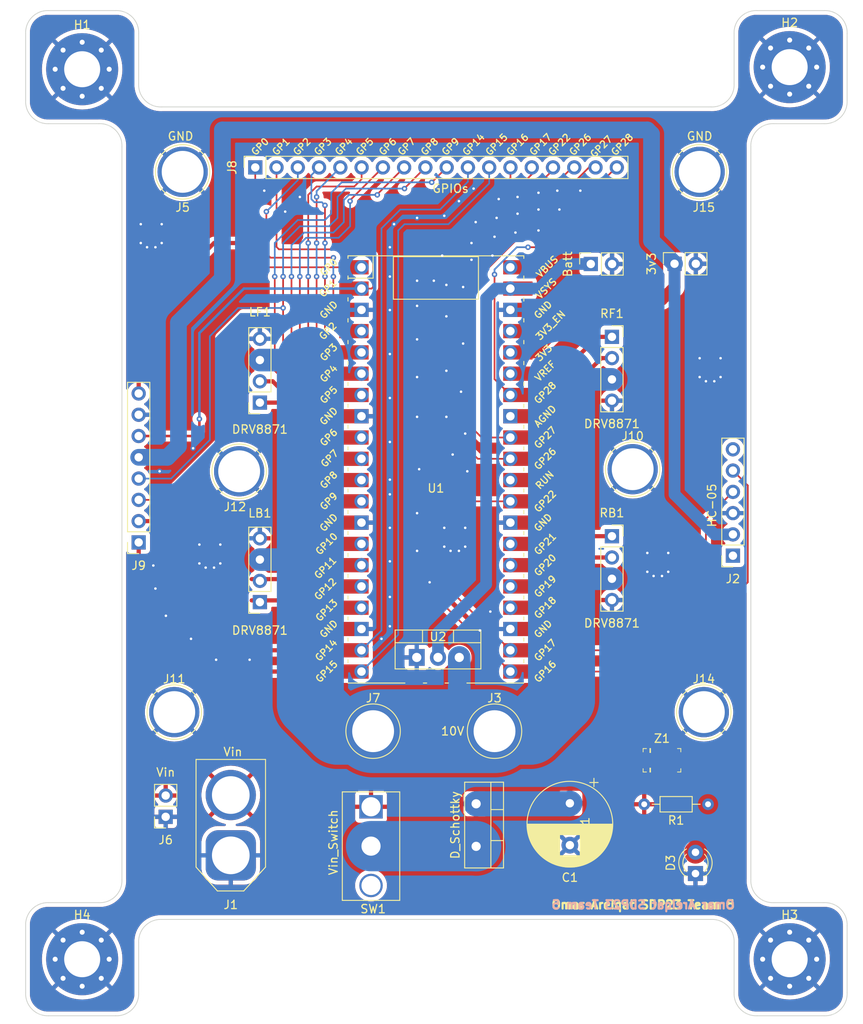
<source format=kicad_pcb>
(kicad_pcb (version 20211014) (generator pcbnew)
  (layers (0 "F.Cu" signal) (31 "B.Cu" signal) (34 "B.Paste" user) (35 "F.Paste" user) (36 "B.SilkS" user "B.Silkscreen") (37 "F.SilkS" user "F.Silkscreen") (38 "B.Mask" user) (39 "F.Mask" user) (44 "Edge.Cuts" user))
  (net 0 "")
  (net 1 "LF1")
  (net 2 "LF2")
  (net 3 "+10V")
  (net 4 "GND")
  (net 5 "RB1")
  (net 6 "RB2")
  (net 7 "LB1")
  (net 8 "LB2")
  (net 9 "RF1")
  (net 10 "RF2")
  (net 11 "Net-(D1-Pad2)")
  (net 12 "Net-(D3-Pad2)")
  (net 13 "VCC")
  (net 15 "+3V3")
  (net 17 "VSYS")
  (net 24 "GPIO16")
  (net 25 "GPIO17")
  (net 26 "GPIO1")
  (net 27 "GPIO2")
  (net 28 "GPIO3")
  (net 29 "GPIO4")
  (net 30 "GPIO5")
  (net 31 "GPIO6")
  (net 32 "GPIO7")
  (net 33 "GPIO8")
  (net 34 "GPIO9")
  (net 35 "GPIO15")
  (net 36 "GPIO22")
  (net 37 "GPIO26")
  (net 38 "GPIO27")
  (net 39 "GPIO28")
  (net 40 "CTS")
  (net 41 "DFU")
  (footprint "TestPoint:TestPoint_Plated_Hole_D5.0mm" (layer "F.Cu") (at 95.5 131.75)
    (fp_text reference "J11")
    (fp_text value "GND")
  )
  (footprint "Connector_PinSocket_2.54mm:PinSocket_1x04_P2.54mm_Vertical" (layer "F.Cu") (at 147.775 86.95)
    (fp_text reference "RF1")
    (fp_text value "DRV8871")
  )
  (footprint "TestPoint:TestPoint_Plated_Hole_D5.0mm" (layer "F.Cu") (at 158.25 67.25)
    (fp_text reference "J15")
    (fp_text value "GND")
  )
  (footprint "Buggy_Footprints:1101M2S3CQE2" (layer "F.Cu") (at 119 143.051)
    (fp_text reference "SW1")
    (fp_text value "Vin_Switch")
  )
  (footprint "Connector_PinSocket_2.54mm:PinSocket_1x02_P2.54mm_Vertical" (layer "F.Cu") (at 155.25 78.225 90)
    (fp_text reference "J13")
    (fp_text value "3v3")
  )
  (footprint "MountingHole:MountingHole_4.3mm_M4_Pad_Via" (layer "F.Cu") (at 169 161.25)
    (fp_text reference "H3")
    (fp_text value "M")
  )
  (footprint "Connector_PinSocket_2.54mm:PinSocket_1x08_P2.54mm_Vertical" (layer "F.Cu") (at 91.25 111.49 180)
    (fp_text reference "J9")
    (fp_text value "Bluefruit_LE")
  )
  (footprint "digikey-footprints:DO-214AC" (layer "F.Cu") (at 153.75 137.5)
    (fp_text reference "Z1")
    (fp_text value "Zener")
  )
  (footprint "LED_THT:LED_D3.0mm" (layer "F.Cu") (at 157.75 151.025 90)
    (fp_text reference "D3")
    (fp_text value "LED")
  )
  (footprint "Package_TO_SOT_THT:TO-220-2_Vertical" (layer "F.Cu") (at 131.555 142.695354 -90)
    (fp_text reference "D1")
    (fp_text value "D_Schottky")
  )
  (footprint "MountingHole:MountingHole_4.3mm_M4_Pad_Via" (layer "F.Cu") (at 84.5 55)
    (fp_text reference "H1")
    (fp_text value "M")
  )
  (footprint "TestPoint:TestPoint_Plated_Hole_D5.0mm" (layer "F.Cu") (at 158.75 131.75)
    (fp_text reference "J14")
    (fp_text value "GND")
  )
  (footprint "TestPoint:TestPoint_Plated_Hole_D5.0mm" (layer "F.Cu") (at 103.25 103)
    (fp_text reference "J12")
    (fp_text value "GND")
  )
  (footprint "Connector_PinSocket_2.54mm:PinSocket_1x18_P2.54mm_Vertical" (layer "F.Cu") (at 105.175 66.725 90)
    (fp_text reference "J8")
    (fp_text value "GPIOs")
  )
  (footprint "Capacitor_THT:CP_Radial_D10.0mm_P5.00mm" (layer "F.Cu") (at 142.75 142.632323 -90)
    (fp_text reference "C1")
    (fp_text value "2200uF")
  )
  (footprint "TestPoint:TestPoint_Plated_Hole_D5.0mm" (layer "F.Cu") (at 96.5 67.25 90)
    (fp_text reference "J5")
    (fp_text value "GND")
  )
  (footprint "Package_TO_SOT_THT:TO-220-3_Vertical" (layer "F.Cu") (at 124.46 125.2225)
    (fp_text reference "U2")
    (fp_text value "MC79M15_TO220")
  )
  (footprint "Connector_PinSocket_2.54mm:PinSocket_1x06_P2.54mm_Vertical" (layer "F.Cu") (at 162.225 113.075 180)
    (fp_text reference "J2")
    (fp_text value "HC-05")
  )
  (footprint "Connector_PinSocket_2.54mm:PinSocket_1x02_P2.54mm_Vertical" (layer "F.Cu") (at 145.25 78.2525 90)
    (fp_text reference "J4")
    (fp_text value "Batt")
  )
  (footprint "MountingHole:MountingHole_4.3mm_M4_Pad_Via" (layer "F.Cu") (at 169 54.75)
    (fp_text reference "H2")
    (fp_text value "M")
  )
  (footprint "Connector_AMASS:AMASS_XT60-M_1x02_P7.20mm_Vertical" (layer "F.Cu") (at 102.25 148.85 90)
    (fp_text reference "J1")
    (fp_text value "Vin")
  )
  (footprint "Connector_PinSocket_2.54mm:PinSocket_1x02_P2.54mm_Vertical" (layer "F.Cu") (at 94.475 144.25 180)
    (fp_text reference "J6")
    (fp_text value "Vin")
  )
  (footprint "Resistor_THT:R_Axial_DIN0204_L3.6mm_D1.6mm_P7.62mm_Horizontal" (layer "F.Cu") (at 159.25 142.75 180)
    (fp_text reference "R1")
    (fp_text value "330")
  )
  (footprint "Connector_PinSocket_2.54mm:PinSocket_1x04_P2.54mm_Vertical" (layer "F.Cu") (at 105.725 118.62 180)
    (fp_text reference "LB1")
    (fp_text value "DRV8871")
  )
  (footprint "MountingHole:MountingHole_4.3mm_M4_Pad_Via" (layer "F.Cu") (at 84.5 161.25)
    (fp_text reference "H4")
    (fp_text value "M")
  )
  (footprint "Connector_PinSocket_2.54mm:PinSocket_1x04_P2.54mm_Vertical" (layer "F.Cu") (at 105.725 94.8 180)
    (fp_text reference "LF1")
    (fp_text value "DRV8871")
  )
  (footprint "TestPoint:TestPoint_Plated_Hole_D5.0mm" (layer "F.Cu") (at 119.25 134.0275)
    (fp_text reference "J7")
    (fp_text value "10V")
  )
  (footprint "TestPoint:TestPoint_Plated_Hole_D5.0mm" (layer "F.Cu") (at 133.75 134.0275)
    (fp_text reference "J3")
    (fp_text value "10V")
  )
  (footprint "TestPoint:TestPoint_Plated_Hole_D5.0mm" (layer "F.Cu") (at 150.25 102.75)
    (fp_text reference "J10")
    (fp_text value "GND")
  )
  (footprint "Connector_PinSocket_2.54mm:PinSocket_1x04_P2.54mm_Vertical" (layer "F.Cu") (at 147.775 110.75)
    (fp_text reference "RB1")
    (fp_text value "DRV8871")
  )
  (footprint "RPi_Pico:RPi_PicoW_SMD_TH" (layer "F.Cu") (at 126.75 102.7775)
    (fp_text reference "U1")
    (fp_text value "PicoW")
  )
  (gr_line (start 146.75 112.25) (end 146.25 112.25) (layer "B.Cu") (width 0.2))
  (gr_arc (start 175.864399 165.25) (mid 175.094204 167.229805) (end 173.114399 168) (layer "Edge.Cuts") (width 0.1))
  (gr_line (start 173.114399 154.5) (end 167.114399 154.5) (layer "Edge.Cuts") (width 0.1))
  (gr_arc (start 91.25 165.25) (mid 90.479805 167.229805) (end 88.5 168) (layer "Edge.Cuts") (width 0.1))
  (gr_arc (start 164.364399 64.25) (mid 165.134593 62.270194) (end 167.114399 61.5) (layer "Edge.Cuts") (width 0.1))
  (gr_line (start 162.364399 165.25) (end 162.364399 159.25) (layer "Edge.Cuts") (width 0.1))
  (gr_line (start 91.25 165.25) (end 91.25 159.25) (layer "Edge.Cuts") (width 0.1))
  (gr_line (start 175.864399 50.75) (end 175.864399 58.75) (layer "Edge.Cuts") (width 0.1))
  (gr_line (start 173.114399 48) (end 165.114399 48) (layer "Edge.Cuts") (width 0.1))
  (gr_arc (start 89.25 151.75) (mid 88.479806 153.729806) (end 86.5 154.5) (layer "Edge.Cuts") (width 0.1))
  (gr_line (start 162.364399 50.75) (end 162.364399 56.75) (layer "Edge.Cuts") (width 0.1))
  (gr_line (start 164.364399 151.75) (end 164.364399 65) (layer "Edge.Cuts") (width 0.1))
  (gr_line (start 77.75 165.25) (end 77.75 157) (layer "Edge.Cuts") (width 0.1))
  (gr_arc (start 80.5 61.5) (mid 78.520195 60.729805) (end 77.75 58.75) (layer "Edge.Cuts") (width 0.1))
  (gr_line (start 80.5 61.5) (end 86.5 61.5) (layer "Edge.Cuts") (width 0.1))
  (gr_arc (start 77.75 157) (mid 78.610305 155.183835) (end 80.5 154.5) (layer "Edge.Cuts") (width 0.1))
  (gr_line (start 164.364399 65) (end 164.364399 64.25) (layer "Edge.Cuts") (width 0.1))
  (gr_arc (start 165.114399 168) (mid 163.134594 167.229805) (end 162.364399 165.25) (layer "Edge.Cuts") (width 0.1))
  (gr_line (start 80.5 168) (end 88.5 168) (layer "Edge.Cuts") (width 0.1))
  (gr_line (start 173.114399 168) (end 165.114399 168) (layer "Edge.Cuts") (width 0.1))
  (gr_line (start 94 59.5) (end 159.614399 59.5) (layer "Edge.Cuts") (width 0.1))
  (gr_arc (start 88.5 48) (mid 90.479805 48.770195) (end 91.25 50.75) (layer "Edge.Cuts") (width 0.1))
  (gr_line (start 77.75 50.75) (end 77.75 58.75) (layer "Edge.Cuts") (width 0.1))
  (gr_arc (start 167.114399 154.5) (mid 165.134594 153.729805) (end 164.364399 151.75) (layer "Edge.Cuts") (width 0.1))
  (gr_line (start 89.25 64.25) (end 89.25 151.75) (layer "Edge.Cuts") (width 0.1))
  (gr_arc (start 173.114399 154.5) (mid 175.094204 155.270195) (end 175.864399 157.25) (layer "Edge.Cuts") (width 0.1))
  (gr_line (start 173.114399 61.5) (end 167.114399 61.5) (layer "Edge.Cuts") (width 0.1))
  (gr_arc (start 162.364399 50.75) (mid 163.134594 48.770195) (end 165.114399 48) (layer "Edge.Cuts") (width 0.1))
  (gr_line (start 175.864399 165.25) (end 175.864399 157.25) (layer "Edge.Cuts") (width 0.1))
  (gr_arc (start 175.864399 58.75) (mid 175.094204 60.729805) (end 173.114399 61.5) (layer "Edge.Cuts") (width 0.1))
  (gr_arc (start 80.5 168) (mid 78.520195 167.229805) (end 77.75 165.25) (layer "Edge.Cuts") (width 0.1))
  (gr_arc (start 94 59.5) (mid 92.020195 58.729805) (end 91.25 56.75) (layer "Edge.Cuts") (width 0.1))
  (gr_arc (start 173.114399 48) (mid 175.094204 48.770195) (end 175.864399 50.75) (layer "Edge.Cuts") (width 0.1))
  (gr_line (start 80.5 48) (end 88.5 48) (layer "Edge.Cuts") (width 0.1))
  (gr_arc (start 162.364399 56.75) (mid 161.594204 58.729805) (end 159.614399 59.5) (layer "Edge.Cuts") (width 0.1))
  (gr_arc (start 159.614399 156.5) (mid 161.594205 157.270194) (end 162.364399 159.25) (layer "Edge.Cuts") (width 0.1))
  (gr_arc (start 86.5 61.5) (mid 88.479805 62.270195) (end 89.25 64.25) (layer "Edge.Cuts") (width 0.1))
  (gr_line (start 80.5 154.5) (end 86.5 154.5) (layer "Edge.Cuts") (width 0.1))
  (gr_arc (start 77.75 50.75) (mid 78.520195 48.770195) (end 80.5 48) (layer "Edge.Cuts") (width 0.1))
  (gr_line (start 91.25 50.75) (end 91.25 56.75) (layer "Edge.Cuts") (width 0.1))
  (gr_arc (start 91.25 159.25) (mid 92.020195 157.270195) (end 94 156.5) (layer "Edge.Cuts") (width 0.1))
  (gr_line (start 94 156.5) (end 159.614399 156.5) (layer "Edge.Cuts") (width 0.1))
  (gr_text "Omar Areiqat SDP23 Team 5" (at 151.5 154.75) (layer "B.SilkS") (effects (font (size 1 1) (thickness 0.25)) (justify mirror)))
  (gr_text "GP26" (at 144 64 45) (layer "F.SilkS") (effects (font (size 0.8 0.8))))
  (gr_text "GP17" (at 139.25 64 45) (layer "F.SilkS") (effects (font (size 0.8 0.8))))
  (gr_text "GP0" (at 105.75 64.25 45) (layer "F.SilkS") (effects (font (size 0.8 0.8))))
  (gr_text "GP15" (at 134 64 45) (layer "F.SilkS") (effects (font (size 0.8 0.8))))
  (gr_text "Omar Areiqat SDP23 Team 5" (at 151.5 154.75) (layer "F.SilkS") (effects (font (size 1 1) (thickness 0.25))))
  (gr_text "GP14" (at 131.25 64 45) (layer "F.SilkS") (effects (font (size 0.8 0.8))))
  (gr_text "GP5" (at 118.25 64.25 45) (layer "F.SilkS") (effects (font (size 0.8 0.8))))
  (gr_text "GP1" (at 108.25 64.25 45) (layer "F.SilkS") (effects (font (size 0.8 0.8))))
  (gr_text "GP28" (at 149 64 45) (layer "F.SilkS") (effects (font (size 0.8 0.8))))
  (gr_text "GP6" (at 121 64.25 45) (layer "F.SilkS") (effects (font (size 0.8 0.8))))
  (gr_text "GP8" (at 126 64.25 45) (layer "F.SilkS") (effects (font (size 0.8 0.8))))
  (gr_text "GP9" (at 128.5 64.25 45) (layer "F.SilkS") (effects (font (size 0.8 0.8))))
  (gr_text "GP2" (at 110.75 64.25 45) (layer "F.SilkS") (effects (font (size 0.8 0.8))))
  (gr_text "GP22" (at 141.5 64 45) (layer "F.SilkS") (effects (font (size 0.8 0.8))))
  (gr_text "GP4" (at 115.75 64.25 45) (layer "F.SilkS") (effects (font (size 0.8 0.8))))
  (gr_text "GP27" (at 146.5 64.25 45) (layer "F.SilkS") (effects (font (size 0.8 0.8))))
  (gr_text "GP16" (at 136.5 64 45) (layer "F.SilkS") (effects (font (size 0.8 0.8))))
  (gr_text "GP3" (at 113.25 64.25 45) (layer "F.SilkS") (effects (font (size 0.8 0.8))))
  (gr_text "GP7" (at 123.25 64.25 45) (layer "F.SilkS") (effects (font (size 0.8 0.8))))
  (segment (start 109.5 96.25) (end 108.05 94.8) (width 0.5) (layer "F.Cu") (net 1))
  (segment (start 108.05 94.8) (end 105.725 94.8) (width 0.5) (layer "F.Cu") (net 1))
  (segment (start 112.68 114.2075) (end 109.5 111.0275) (width 0.5) (layer "F.Cu") (net 1))
  (segment (start 117.86 114.2075) (end 112.68 114.2075) (width 0.5) (layer "F.Cu") (net 1))
  (segment (start 109.5 111.0275) (end 109.5 96.25) (width 0.5) (layer "F.Cu") (net 1))
  (segment (start 111.25 96.25) (end 107.26 92.26) (width 0.5) (layer "F.Cu") (net 2))
  (segment (start 113.89 111.6675) (end 111.25 109.0275) (width 0.5) (layer "F.Cu") (net 2))
  (segment (start 107.26 92.26) (end 105.725 92.26) (width 0.5) (layer "F.Cu") (net 2))
  (segment (start 117.86 111.6675) (end 113.89 111.6675) (width 0.5) (layer "F.Cu") (net 2))
  (segment (start 111.25 109.0275) (end 111.25 96.25) (width 0.5) (layer "F.Cu") (net 2))
  (segment (start 129.54 129.8175) (end 133.75 134.0275) (width 2.7) (layer "B.Cu") (net 3))
  (segment (start 111.21 113.54) (end 111.75 113) (width 2.7) (layer "B.Cu") (net 3))
  (segment (start 147.775 115.83) (end 141.83 115.83) (width 2.7) (layer "B.Cu") (net 3))
  (segment (start 142.686969 142.695354) (end 142.75 142.632323) (width 3) (layer "B.Cu") (net 3))
  (segment (start 105.725 89.72) (end 111.72 89.72) (width 2.7) (layer "B.Cu") (net 3))
  (segment (start 131.555 142.695354) (end 142.686969 142.695354) (width 3) (layer "B.Cu") (net 3))
  (segment (start 141.75 130.27014) (end 141.75 115.75) (width 8) (layer "B.Cu") (net 3))
  (segment (start 115.00736 134.0275) (end 111.75 130.77014) (width 8) (layer "B.Cu") (net 3))
  (segment (start 111.75 113) (end 111.75 89.75) (width 8) (layer "B.Cu") (net 3))
  (segment (start 119.25 134.0275) (end 115.00736 134.0275) (width 8) (layer "B.Cu") (net 3))
  (segment (start 147.775 92.03) (end 141.78 92.03) (width 2.7) (layer "B.Cu") (net 3))
  (segment (start 111.72 89.72) (end 111.75 89.75) (width 2.7) (layer "B.Cu") (net 3))
  (segment (start 133.75 134.0275) (end 137.99264 134.0275) (width 8) (layer "B.Cu") (net 3))
  (segment (start 141.75 115.75) (end 141.75 92) (width 8) (layer "B.Cu") (net 3))
  (segment (start 141.78 92.03) (end 141.75 92) (width 2.7) (layer "B.Cu") (net 3))
  (segment (start 129.54 125.2225) (end 129.54 129.8175) (width 2.7) (layer "B.Cu") (net 3))
  (segment (start 111.75 130.77014) (end 111.75 113) (width 8) (layer "B.Cu") (net 3))
  (segment (start 137.99264 134.0275) (end 141.75 130.27014) (width 8) (layer "B.Cu") (net 3))
  (segment (start 141.83 115.83) (end 141.75 115.75) (width 2.7) (layer "B.Cu") (net 3))
  (segment (start 105.725 113.54) (end 111.21 113.54) (width 2.7) (layer "B.Cu") (net 3))
  (segment (start 119.25 134.0275) (end 133.75 134.0275) (width 10) (layer "B.Cu") (net 3))
  (via (at 121.25 83.75) (size 0.65) (drill 0.3) (layers "F.Cu" "B.Cu") (net 4))
  (via (at 94 75.75) (size 0.65) (drill 0.3) (layers "F.Cu" "B.Cu") (net 4))
  (via (at 110.5 70.25) (size 0.65) (drill 0.3) (layers "F.Cu" "B.Cu") (net 4))
  (via (at 130.25 112) (size 0.65) (drill 0.3) (layers "F.Cu" "B.Cu") (net 4))
  (via (at 134.25 70.5) (size 0.65) (drill 0.3) (layers "F.Cu" "B.Cu") (net 4))
  (via (at 152.75 115.5) (size 0.65) (drill 0.3) (layers "F.Cu" "B.Cu") (net 4))
  (via (at 124.75 102.75) (size 0.65) (drill 0.3) (layers "F.Cu" "B.Cu") (net 4))
  (via (at 128.75 101) (size 0.65) (drill 0.3) (layers "F.Cu" "B.Cu") (net 4))
  (via (at 130.25 109.75) (size 0.65) (drill 0.3) (layers "F.Cu" "B.Cu") (net 4))
  (via (at 129.75 93.5) (size 0.65) (drill 0.3) (layers "F.Cu" "B.Cu") (net 4))
  (via (at 130.25 98.5) (size 0.65) (drill 0.3) (layers "F.Cu" "B.Cu") (net 4))
  (via (at 144 69.5) (size 0.65) (drill 0.3) (layers "F.Cu" "B.Cu") (net 4))
  (via (at 93 114.25) (size 0.65) (drill 0.3) (layers "F.Cu" "B.Cu") (net 4))
  (via (at 136.5 70.25) (size 0.65) (drill 0.3) (layers "F.Cu" "B.Cu") (net 4))
  (via (at 130 87.75) (size 0.65) (drill 0.3) (layers "F.Cu" "B.Cu") (net 4))
  (via (at 124.5 112.5) (size 0.65) (drill 0.3) (layers "F.Cu" "B.Cu") (net 4))
  (via (at 121.25 105.75) (size 0.65) (drill 0.3) (layers "F.Cu" "B.Cu") (net 4))
  (via (at 121.25 89) (size 0.65) (drill 0.3) (layers "F.Cu" "B.Cu") (net 4))
  (via (at 94.5 120.25) (size 0.65) (drill 0.3) (layers "F.Cu" "B.Cu") (net 4))
  (via (at 139 69.75) (size 0.65) (drill 0.3) (layers "F.Cu" "B.Cu") (net 4))
  (via (at 93.75 103) (size 0.65) (drill 0.3) (layers "F.Cu" "B.Cu") (net 4))
  (via (at 108.75 72) (size 0.65) (drill 0.3) (layers "F.Cu" "B.Cu") (net 4))
  (via (at 141.5 71.75) (size 0.65) (drill 0.3) (layers "F.Cu" "B.Cu") (net 4))
  (via (at 131.5 73.25) (size 0.65) (drill 0.3) (layers "F.Cu" "B.Cu") (net 4))
  (via (at 141.25 69.5) (size 0.65) (drill 0.3) (layers "F.Cu" "B.Cu") (net 4))
  (via (at 131.25 69.25) (size 0.65) (drill 0.3) (layers "F.Cu" "B.Cu") (net 4))
  (via (at 121.25 109.75) (size 0.65) (drill 0.3) (layers "F.Cu" "B.Cu") (net 4))
  (via (at 124.5 91.75) (size 0.65) (drill 0.3) (layers "F.Cu" "B.Cu") (net 4))
  (via (at 97.75 100.25) (size 0.65) (drill 0.3) (layers "F.Cu" "B.Cu") (net 4))
  (via (at 99.25 114.5) (size 0.65) (drill 0.3) (layers "F.Cu" "B.Cu") (net 4))
  (via (at 127.75 112) (size 0.65) (drill 0.3) (layers "F.Cu" "B.Cu") (net 4))
  (via (at 133.25 119.75) (size 0.65) (drill 0.3) (layers "F.Cu" "B.Cu") (net 4))
  (via (at 121.25 104) (size 0.65) (drill 0.3) (layers "F.Cu" "B.Cu") (net 4))
  (via (at 92.25 76.25) (size 0.65) (drill 0.3) (layers "F.Cu" "B.Cu") (net 4))
  (via (at 159 92.25) (size 0.65) (drill 0.3) (layers "F.Cu" "B.Cu") (net 4))
  (via (at 91.5 73.5) (size 0.65) (drill 0.3) (layers "F.Cu" "B.Cu") (net 4))
  (via (at 131 75.75) (size 0.65) (drill 0.3) (layers "F.Cu" "B.Cu") (net 4))
  (via (at 91.5 75.75) (size 0.65) (drill 0.3) (layers "F.Cu" "B.Cu") (net 4))
  (via (at 124.5 108) (size 0.65) (drill 0.3) (layers "F.Cu" "B.Cu") (net 4))
  (via (at 121.25 118) (size 0.65) (drill 0.3) (layers "F.Cu" "B.Cu") (net 4))
  (via (at 94 73.5) (size 0.65) (drill 0.3) (layers "F.Cu" "B.Cu") (net 4))
  (via (at 130.5 103) (size 0.65) (drill 0.3) (layers "F.Cu" "B.Cu") (net 4))
  (via (at 98.5 114) (size 0.65) (drill 0.3) (layers "F.Cu" "B.Cu") (net 4))
  (via (at 124.5 96.5) (size 0.65) (drill 0.3) (layers "F.Cu" "B.Cu") (net 4))
  (via (at 160 92.25) (size 0.65) (drill 0.3) (layers "F.Cu" "B.Cu") (net 4))
  (via (at 124.5 80.25) (size 0.65) (drill 0.3) (layers "F.Cu" "B.Cu") (net 4))
  (via (at 128 96.5) (size 0.65) (drill 0.3) (layers "F.Cu" "B.Cu") (net 4))
  (via (at 131 77.75) (size 0.65) (drill 0.3) (layers "F.Cu" "B.Cu") (net 4))
  (via (at 101 114) (size 0.65) (drill 0.3) (layers "F.Cu" "B.Cu") (net 4))
  (via (at 121.25 121.5) (size 0.65) (drill 0.3) (layers "F.Cu" "B.Cu") (net 4))
  (via (at 126.5 80.25) (size 0.65) (drill 0.3) (layers "F.Cu" "B.Cu") (net 4))
  (via (at 130 81) (size 0.65) (drill 0.3) (layers "F.Cu" "B.Cu") (net 4))
  (via (at 128 80.75) (size 0.65) (drill 0.3) (layers "F.Cu" "B.Cu") (net 4))
  (via (at 158.25 91.75) (size 0.65) (drill 0.3) (layers "F.Cu" "B.Cu") (net 4))
  (via (at 97.5 123) (size 0.65) (drill 0.3) (layers "F.Cu" "B.Cu") (net 4))
  (via (at 124.5 87.25) (size 0.65) (drill 0.3) (layers "F.Cu" "B.Cu") (net 4))
  (via (at 136.25 74.5) (size 0.65) (drill 0.3) (layers "F.Cu" "B.Cu") (net 4))
  (via (at 120.25 123) (size 0.65) (drill 0.3) (layers "F.Cu" "B.Cu") (net 4))
  (via (at 128 84.5) (size 0.65) (drill 0.3) (layers "F.Cu" "B.Cu") (net 4))
  (via (at 158.25 89.5) (size 0.65) (drill 0.3) (layers "F.Cu" "B.Cu") (net 4))
  (via (at 133.5 77.25) (size 0.65) (drill 0.3) (layers "F.Cu" "B.Cu") (net 4))
  (via (at 93.25 76.25) (size 0.65) (drill 0.3) (layers "F.Cu" "B.Cu") (net 4))
  (via (at 127.75 72.5) (size 0.65) (drill 0.3) (layers "F.Cu" "B.Cu") (net 4))
  (via (at 98.5 111.75) (size 0.65) (drill 0.3) (layers "F.Cu" "B.Cu") (net 4))
  (via (at 136.5 72.25) (size 0.65) (drill 0.3) (layers "F.Cu" "B.Cu") (net 4))
  (via (at 124.5 72.75) (size 0.65) (drill 0.3) (layers "F.Cu" "B.Cu") (net 4))
  (via (at 160.75 89.5) (size 0.65) (drill 0.3) (layers "F.Cu" "B.Cu") (net 4))
  (via (at 121.25 99.5) (size 0.65) (drill 0.3) (layers "F.Cu" "B.Cu") (net 4))
  (via (at 124.5 83.25) (size 0.65) (drill 0.3) (layers "F.Cu" "B.Cu") (net 4))
  (via (at 129.5 112.5) (size 0.65) (drill 0.3) (layers "F.Cu" "B.Cu") (net 4))
  (via (at 121.25 113.75) (size 0.65) (drill 0.3) (layers "F.Cu" "B.Cu") (net 4))
  (via (at 128 91) (size 0.65) (drill 0.3) (layers "F.Cu" "B.Cu") (net 4))
  (via (at 127.75 109.75) (size 0.65) (drill 0.3) (layers "F.Cu" "B.Cu") (net 4))
  (via (at 160.75 91.75) (size 0.65) (drill 0.3) (layers "F.Cu" "B.Cu") (net 4))
  (via (at 129.5 70.75) (size 0.65) (drill 0.3) (layers "F.Cu" "B.Cu") (net 4))
  (via (at 104.5 125.5) (size 0.65) (drill 0.3) (layers "F.Cu" "B.Cu") (net 4))
  (via (at 152 112.75) (size 0.65) (drill 0.3) (layers "F.Cu" "B.Cu") (net 4))
  (via (at 134 72.75) (size 0.65) (drill 0.3) (layers "F.Cu" "B.Cu") (net 4))
  (via (at 126 116.25) (size 0.65) (drill 0.3) (layers "F.Cu" "B.Cu") (net 4))
  (via (at 154.5 112.75) (size 0.65) (drill 0.3) (layers "F.Cu" "B.Cu") (net 4))
  (via (at 101 111.75) (size 0.65) (drill 0.3) (layers "F.Cu" "B.Cu") (net 4))
  (via (at 121.75 73.5) (size 0.65) (drill 0.3) (layers "F.Cu" "B.Cu") (net 4))
  (via (at 127.5 77.25) (size 0.65) (drill 0.3) (layers "F.Cu" "B.Cu") (net 4))
  (via (at 154.5 115) (size 0.65) (drill 0.3) (layers "F.Cu" "B.Cu") (net 4))
  (via (at 100.25 114.5) (size 0.65) (drill 0.3) (layers "F.Cu" "B.Cu") (net 4))
  (via (at 132 122) (size 0.65) (drill 0.3) (layers "F.Cu" "B.Cu") (net 4))
  (via (at 152 115) (size 0.65) (drill 0.3) (layers "F.Cu" "B.Cu") (net 4))
  (via (at 139 71.75) (size 0.65) (drill 0.3) (layers "F.Cu" "B.Cu") (net 4))
  (via (at 128.5 112.5) (size 0.65) (drill 0.3) (layers "F.Cu" "B.Cu") (net 4))
  (via (at 133.75 75) (size 0.65) (drill 0.3) (layers "F.Cu" "B.Cu") (net 4))
  (via (at 139 74.25) (size 0.65) (drill 0.3) (layers "F.Cu" "B.Cu") (net 4))
  (via (at 121.25 76.25) (size 0.65) (drill 0.3) (layers "F.Cu" "B.Cu") (net 4))
  (via (at 121.25 94.25) (size 0.65) (drill 0.3) (layers "F.Cu" "B.Cu") (net 4))
  (via (at 100.5 125.5) (size 0.65) (drill 0.3) (layers "F.Cu" "B.Cu") (net 4))
  (via (at 121.25 79.75) (size 0.65) (drill 0.3) (layers "F.Cu" "B.Cu") (net 4))
  (via (at 153.75 115.5) (size 0.65) (drill 0.3) (layers "F.Cu" "B.Cu") (net 4))
  (via (at 93.25 117) (size 0.65) (drill 0.3) (layers "F.Cu" "B.Cu") (net 4))
  (via (at 106.25 69.5) (size 0.65) (drill 0.3) (layers "F.Cu" "B.Cu") (net 4))
  (segment (start 144.7775 110.75) (end 147.775 110.75) (width 0.5) (layer "F.Cu") (net 5))
  (segment (start 138.78 116.7475) (end 144.7775 110.75) (width 0.5) (layer "F.Cu") (net 5))
  (segment (start 135.64 116.7475) (end 138.78 116.7475) (width 0.5) (layer "F.Cu") (net 5))
  (segment (start 135.64 119.2875) (end 138.99 119.2875) (width 0.5) (layer "F.Cu") (net 6))
  (segment (start 138.99 119.2875) (end 144.9875 113.29) (width 0.5) (layer "F.Cu") (net 6))
  (segment (start 144.9875 113.29) (end 147.775 113.29) (width 0.5) (layer "F.Cu") (net 6))
  (segment (start 104.75 118.4125) (end 109.135 118.4125) (width 0.5) (layer "F.Cu") (net 7))
  (segment (start 110.01 119.2875) (end 117.86 119.2875) (width 0.5) (layer "F.Cu") (net 7))
  (segment (start 109.135 118.4125) (end 110.01 119.2875) (width 0.5) (layer "F.Cu") (net 7))
  (segment (start 110.22 116.7475) (end 117.86 116.7475) (width 0.5) (layer "F.Cu") (net 8))
  (segment (start 104.75 115.8725) (end 109.345 115.8725) (width 0.5) (layer "F.Cu") (net 8))
  (segment (start 109.345 115.8725) (end 110.22 116.7475) (width 0.5) (layer "F.Cu") (net 8))
  (segment (start 146.05 86.95) (end 142 91) (width 0.5) (layer "F.Cu") (net 9))
  (segment (start 142 108.2775) (end 138.61 111.6675) (width 0.5) (layer "F.Cu") (net 9))
  (segment (start 147.775 86.95) (end 146.05 86.95) (width 0.5) (layer "F.Cu") (net 9))
  (segment (start 138.61 111.6675) (end 135.64 111.6675) (width 0.5) (layer "F.Cu") (net 9))
  (segment (start 142 91) (end 142 108.2775) (width 0.5) (layer "F.Cu") (net 9))
  (segment (start 147.775 89.49) (end 146.525 89.49) (width 0.5) (layer "F.Cu") (net 10))
  (segment (start 138.57 114.2075) (end 135.64 114.2075) (width 0.5) (layer "F.Cu") (net 10))
  (segment (start 146.525 89.49) (end 144.25 91.765) (width 0.5) (layer "F.Cu") (net 10))
  (segment (start 144.25 108.5275) (end 138.57 114.2075) (width 0.5) (layer "F.Cu") (net 10))
  (segment (start 144.25 91.765) (end 144.25 108.5275) (width 0.5) (layer "F.Cu") (net 10))
  (segment (start 119 147.75) (end 131.529646 147.75) (width 6) (layer "B.Cu") (net 11))
  (segment (start 131.529646 147.75) (end 131.555 147.775354) (width 6) (layer "B.Cu") (net 11))
  (segment (start 159.25 146.985) (end 157.75 148.485) (width 2.7) (layer "F.Cu") (net 12))
  (segment (start 159.25 142.75) (end 159.25 146.985) (width 2.7) (layer "F.Cu") (net 12))
  (segment (start 155.25 81) (end 155.25 78.225) (width 1.4) (layer "F.Cu") (net 15))
  (segment (start 144.7075 82.5) (end 153.75 82.5) (width 1.4) (layer "F.Cu") (net 15))
  (segment (start 135.64 88.8075) (end 138.4 88.8075) (width 1.4) (layer "F.Cu") (net 15))
  (segment (start 153.75 82.5) (end 155.25 81) (width 1.4) (layer "F.Cu") (net 15))
  (segment (start 138.4 88.8075) (end 144.7075 82.5) (width 1.4) (layer "F.Cu") (net 15))
  (segment (start 94.67 101.33) (end 96 100) (width 2) (layer "B.Cu") (net 15))
  (segment (start 162.225 110.535) (end 160.035 110.535) (width 1.4) (layer "B.Cu") (net 15))
  (segment (start 152 62.25) (end 152.5 62.75) (width 2) (layer "B.Cu") (net 15))
  (segment (start 160.035 110.535) (end 155.25 105.75) (width 1.4) (layer "B.Cu") (net 15))
  (segment (start 101.25 80) (end 101.25 62.25) (width 2) (layer "B.Cu") (net 15))
  (segment (start 96 85.25) (end 101.25 80) (width 2) (layer "B.Cu") (net 15))
  (segment (start 101.25 62.25) (end 152 62.25) (width 2) (layer "B.Cu") (net 15))
  (segment (start 155.25 105.75) (end 155.25 78.225) (width 1.4) (layer "B.Cu") (net 15))
  (segment (start 152.5 62.75) (end 152.5 75.475) (width 2) (layer "B.Cu") (net 15))
  (segment (start 152.5 75.475) (end 155.25 78.225) (width 2) (layer "B.Cu") (net 15))
  (segment (start 91.25 101.33) (end 94.67 101.33) (width 2) (layer "B.Cu") (net 15))
  (segment (start 96 100) (end 96 85.25) (width 2) (layer "B.Cu") (net 15))
  (segment (start 135.64 81.1875) (end 139.09 81.1875) (width 1.4) (layer "B.Cu") (net 17))
  (segment (start 132.75 82.3475) (end 133.91 81.1875) (width 1.4) (layer "B.Cu") (net 17))
  (segment (start 127 125.2225) (end 127 122.25) (width 1.4) (layer "B.Cu") (net 17))
  (segment (start 132.75 116.5) (end 132.75 82.3475) (width 1.4) (layer "B.Cu") (net 17))
  (segment (start 133.91 81.1875) (end 135.64 81.1875) (width 1.4) (layer "B.Cu") (net 17))
  (segment (start 142.025 78.2525) (end 145.25 78.2525) (width 1.4) (layer "B.Cu") (net 17))
  (segment (start 139.09 81.1875) (end 142.025 78.2525) (width 1.4) (layer "B.Cu") (net 17))
  (segment (start 127 122.25) (end 132.75 116.5) (width 1.4) (layer "B.Cu") (net 17))
  (segment (start 135.64 126.9075) (end 153.3425 126.9075) (width 0.2) (layer "F.Cu") (net 24))
  (segment (start 164 116.25) (end 164 104.69) (width 0.2) (layer "F.Cu") (net 24))
  (segment (start 135.64 126.9075) (end 123.5 114.7675) (width 0.2) (layer "F.Cu") (net 24))
  (segment (start 135.655 67.97) (end 135.655 66.725) (width 0.2) (layer "F.Cu") (net 24))
  (segment (start 123.5 114.7675) (end 123.5 80.125) (width 0.2) (layer "F.Cu") (net 24))
  (segment (start 164 104.69) (end 162.225 102.915) (width 0.2) (layer "F.Cu") (net 24))
  (segment (start 153.3425 126.9075) (end 164 116.25) (width 0.2) (layer "F.Cu") (net 24))
  (segment (start 123.5 80.125) (end 135.655 67.97) (width 0.2) (layer "F.Cu") (net 24))
  (segment (start 159 116) (end 159 108.68) (width 0.2) (layer "F.Cu") (net 25))
  (segment (start 159 108.68) (end 162.225 105.455) (width 0.2) (layer "F.Cu") (net 25))
  (segment (start 135.64 124.3675) (end 150.6325 124.3675) (width 0.2) (layer "F.Cu") (net 25))
  (segment (start 125.75 80) (end 138.195 67.555) (width 0.2) (layer "F.Cu") (net 25))
  (segment (start 138.195 67.555) (end 138.195 66.725) (width 0.2) (layer "F.Cu") (net 25))
  (segment (start 125.75 114.4775) (end 125.75 80) (width 0.2) (layer "F.Cu") (net 25))
  (segment (start 135.64 124.3675) (end 125.75 114.4775) (width 0.2) (layer "F.Cu") (net 25))
  (segment (start 150.6325 124.3675) (end 159 116) (width 0.2) (layer "F.Cu") (net 25))
  (segment (start 119.25 81) (end 119.25 77.25) (width 0.2) (layer "F.Cu") (net 26))
  (segment (start 118.5 76.5) (end 108 76.5) (width 0.2) (layer "F.Cu") (net 26))
  (segment (start 107.715 76.215) (end 107.715 66.725) (width 0.2) (layer "F.Cu") (net 26))
  (segment (start 117.86 81.1875) (end 119.0625 81.1875) (width 0.2) (layer "F.Cu") (net 26))
  (segment (start 108 76.5) (end 107.715 76.215) (width 0.2) (layer "F.Cu") (net 26))
  (segment (start 98.5 96.75) (end 98.5 98.25) (width 0.3) (layer "F.Cu") (net 26))
  (segment (start 98.5 98.25) (end 97.96 98.79) (width 0.3) (layer "F.Cu") (net 26))
  (segment (start 97.96 98.79) (end 91.25 98.79) (width 0.3) (layer "F.Cu") (net 26))
  (segment (start 119.25 77.25) (end 118.5 76.5) (width 0.2) (layer "F.Cu") (net 26))
  (segment (start 119.0625 81.1875) (end 119.25 81) (width 0.2) (layer "F.Cu") (net 26))
  (via (at 98.5 96.75) (size 0.65) (drill 0.3) (layers "F.Cu" "B.Cu") (net 26))
  (segment (start 103.8125 81.1875) (end 98.5 86.5) (width 0.3) (layer "B.Cu") (net 26))
  (segment (start 117.86 81.1875) (end 103.8125 81.1875) (width 0.3) (layer "B.Cu") (net 26))
  (segment (start 98.5 86.5) (end 98.5 96.75) (width 0.3) (layer "B.Cu") (net 26))
  (segment (start 107 77.5) (end 106.5 77) (width 0.2) (layer "F.Cu") (net 27))
  (segment (start 114.5 86) (end 114.5 79.75) (width 0.2) (layer "F.Cu") (net 27))
  (segment (start 116.2825 86.25) (end 114.75 86.25) (width 0.2) (layer "F.Cu") (net 27))
  (segment (start 117.86 86.2675) (end 116.3 86.2675) (width 0.2) (layer "F.Cu") (net 27))
  (segment (start 114.75 86.25) (end 114.5 86) (width 0.2) (layer "F.Cu") (net 27))
  (segment (start 116.3 86.2675) (end 116.2825 86.25) (width 0.2) (layer "F.Cu") (net 27))
  (segment (start 106.5 77) (end 106.5 72) (width 0.2) (layer "F.Cu") (net 27))
  (segment (start 114.5 77.5) (end 107 77.5) (width 0.2) (layer "F.Cu") (net 27))
  (via (at 106.5 72) (size 0.65) (drill 0.3) (layers "F.Cu" "B.Cu") (net 27))
  (via (at 114.5 77.5) (size 0.65) (drill 0.3) (layers "F.Cu" "B.Cu") (net 27))
  (via (at 114.5 79.75) (size 0.65) (drill 0.3) (layers "F.Cu" "B.Cu") (net 27))
  (segment (start 114.5 79.75) (end 114.5 77.5) (width 0.2) (layer "B.Cu") (net 27))
  (segment (start 106.5 72) (end 110.255 68.245) (width 0.2) (layer "B.Cu") (net 27))
  (segment (start 110.255 68.245) (end 110.255 66.725) (width 0.2) (layer "B.Cu") (net 27))
  (segment (start 117.86 88.8075) (end 114.0575 88.8075) (width 0.2) (layer "F.Cu") (net 28))
  (segment (start 113.5 88.25) (end 113.5 79.75) (width 0.2) (layer "F.Cu") (net 28))
  (segment (start 113.5 75.75) (end 113.5 71.25) (width 0.2) (layer "F.Cu") (net 28))
  (segment (start 113.5 88.25) (end 114.0575 88.8075) (width 0.2) (layer "F.Cu") (net 28))
  (via (at 113.5 71.25) (size 0.65) (drill 0.3) (layers "F.Cu" "B.Cu") (net 28))
  (via (at 113.5 75.75) (size 0.65) (drill 0.3) (layers "F.Cu" "B.Cu") (net 28))
  (via (at 113.5 79.75) (size 0.65) (drill 0.3) (layers "F.Cu" "B.Cu") (net 28))
  (segment (start 111.875 70.508884) (end 111.875 67.645) (width 0.2) (layer "B.Cu") (net 28))
  (segment (start 113.125 70.875) (end 112.241116 70.875) (width 0.2) (layer "B.Cu") (net 28))
  (segment (start 111.875 67.645) (end 112.795 66.725) (width 0.2) (layer "B.Cu") (net 28))
  (segment (start 112.241116 70.875) (end 111.875 70.508884) (width 0.2) (layer "B.Cu") (net 28))
  (segment (start 113.5 71.25) (end 113.125 70.875) (width 0.2) (layer "B.Cu") (net 28))
  (segment (start 113.5 79.75) (end 113.5 75.75) (width 0.2) (layer "B.Cu") (net 28))
  (segment (start 112.5 89.75) (end 114.0975 91.3475) (width 0.2) (layer "F.Cu") (net 29))
  (segment (start 112.5 75.75) (end 112.5 70.25) (width 0.2) (layer "F.Cu") (net 29))
  (segment (start 117.86 91.3475) (end 114.0975 91.3475) (width 0.2) (layer "F.Cu") (net 29))
  (segment (start 112.5 89.75) (end 112.5 79.75) (width 0.2) (layer "F.Cu") (net 29))
  (via (at 112.5 79.75) (size 0.65) (drill 0.3) (layers "F.Cu" "B.Cu") (net 29))
  (via (at 112.5 70.25) (size 0.65) (drill 0.3) (layers "F.Cu" "B.Cu") (net 29))
  (via (at 112.5 75.75) (size 0.65) (drill 0.3) (layers "F.Cu" "B.Cu") (net 29))
  (segment (start 112.5 79.75) (end 112.5 75.75) (width 0.2) (layer "B.Cu") (net 29))
  (segment (start 112.5 70.25) (end 112.5 69.56) (width 0.2) (layer "B.Cu") (net 29))
  (segment (start 112.5 69.56) (end 115.335 66.725) (width 0.2) (layer "B.Cu") (net 29))
  (segment (start 117.875 68.125) (end 117.875 66.725) (width 0.2) (layer "F.Cu") (net 30))
  (segment (start 111.5 75.75) (end 111.5 70) (width 0.2) (layer "F.Cu") (net 30))
  (segment (start 117 69) (end 117.875 68.125) (width 0.2) (layer "F.Cu") (net 30))
  (segment (start 115.1375 93.8875) (end 111.5 90.25) (width 0.2) (layer "F.Cu") (net 30))
  (segment (start 112.5 69) (end 117 69) (width 0.2) (layer "F.Cu") (net 30))
  (segment (start 111.5 70) (end 112.5 69) (width 0.2) (layer "F.Cu") (net 30))
  (segment (start 117.86 93.8875) (end 115.1375 93.8875) (width 0.2) (layer "F.Cu") (net 30))
  (segment (start 111.5 90.25) (end 111.5 79.75) (width 0.2) (layer "F.Cu") (net 30))
  (via (at 111.5 75.75) (size 0.65) (drill 0.3) (layers "F.Cu" "B.Cu") (net 30))
  (via (at 111.5 79.75) (size 0.65) (drill 0.3) (layers "F.Cu" "B.Cu") (net 30))
  (segment (start 111.5 79.75) (end 111.5 75.75) (width 0.2) (layer "B.Cu") (net 30))
  (segment (start 114.5 94.25) (end 110.5 90.25) (width 0.2) (layer "F.Cu") (net 31))
  (segment (start 117.86 98.9675) (end 114.7175 98.9675) (width 0.2) (layer "F.Cu") (net 31))
  (segment (start 114.7175 98.9675) (end 114.5 98.75) (width 0.2) (layer "F.Cu") (net 31))
  (segment (start 120.415 66.725) (end 116.5 70.64) (width 0.2) (layer "F.Cu") (net 31))
  (segment (start 110.5 90.25) (end 110.5 79.75) (width 0.2) (layer "F.Cu") (net 31))
  (segment (start 116.5 70.64) (end 116.5 70.75) (width 0.2) (layer "F.Cu") (net 31))
  (segment (start 114.5 98.75) (end 114.5 94.25) (width 0.2) (layer "F.Cu") (net 31))
  (via (at 110.5 79.75) (size 0.65) (drill 0.3) (layers "F.Cu" "B.Cu") (net 31))
  (via (at 116.5 70.75) (size 0.65) (drill 0.3) (layers "F.Cu" "B.Cu") (net 31))
  (segment (start 115.125 75.125) (end 111.241116 75.125) (width 0.2) (layer "B.Cu") (net 31))
  (segment (start 116.5 70.75) (end 116.5 73.75) (width 0.2) (layer "B.Cu") (net 31))
  (segment (start 110.5 75.866116) (end 110.5 79.75) (width 0.2) (layer "B.Cu") (net 31))
  (segment (start 116.5 73.75) (end 115.125 75.125) (width 0.2) (layer "B.Cu") (net 31))
  (segment (start 111.241116 75.125) (end 110.5 75.866116) (width 0.2) (layer "B.Cu") (net 31))
  (segment (start 114.5 101.5) (end 114 101) (width 0.2) (layer "F.Cu") (net 32))
  (segment (start 114 101) (end 114 95) (width 0.2) (layer "F.Cu") (net 32))
  (segment (start 117.86 101.5075) (end 117.8525 101.5) (width 0.2) (layer "F.Cu") (net 32))
  (segment (start 119.75 70) (end 119.75 69.93) (width 0.2) (layer "F.Cu") (net 32))
  (segment (start 119.75 69.93) (end 122.955 66.725) (width 0.2) (layer "F.Cu") (net 32))
  (segment (start 114 95) (end 109.5 90.5) (width 0.2) (layer "F.Cu") (net 32))
  (segment (start 109.5 90.5) (end 109.5 79.75) (width 0.2) (layer "F.Cu") (net 32))
  (segment (start 117.8525 101.5) (end 114.5 101.5) (width 0.2) (layer "F.Cu") (net 32))
  (via (at 119.75 70) (size 0.65) (drill 0.3) (layers "F.Cu" "B.Cu") (net 32))
  (via (at 109.5 79.75) (size 0.65) (drill 0.3) (layers "F.Cu" "B.Cu") (net 32))
  (segment (start 119.75 70) (end 116.366116 70) (width 0.2) (layer "B.Cu") (net 32))
  (segment (start 115.75 70.616116) (end 115.75 73.25) (width 0.2) (layer "B.Cu") (net 32))
  (segment (start 115.75 73.25) (end 114.5 74.5) (width 0.2) (layer "B.Cu") (net 32))
  (segment (start 114.5 74.5) (end 111 74.5) (width 0.2) (layer "B.Cu") (net 32))
  (segment (start 111 74.5) (end 109.5 76) (width 0.2) (layer "B.Cu") (net 32))
  (segment (start 109.5 76) (end 109.5 79.75) (width 0.2) (layer "B.Cu") (net 32))
  (segment (start 116.366116 70) (end 115.75 70.616116) (width 0.2) (layer "B.Cu") (net 32))
  (segment (start 113.25 103.5) (end 113.7975 104.0475) (width 0.2) (layer "F.Cu") (net 33))
  (segment (start 108.5 83.5) (end 108.5 79.75) (width 0.2) (layer "F.Cu") (net 33))
  (segment (start 113.7975 104.0475) (end 117.86 104.0475) (width 0.2) (layer "F.Cu") (net 33))
  (segment (start 113.25 95.5) (end 113.25 103.5) (width 0.2) (layer "F.Cu") (net 33))
  (segment (start 108.5 90.75) (end 113.25 95.5) (width 0.2) (layer "F.Cu") (net 33))
  (segment (start 123 69.25) (end 123 69.22) (width 0.2) (layer "F.Cu") (net 33))
  (segment (start 123 69.22) (end 125.495 66.725) (width 0.2) (layer "F.Cu") (net 33))
  (segment (start 108.5 83.5) (end 108.5 90.75) (width 0.2) (layer "F.Cu") (net 33))
  (via (at 108.5 79.75) (size 0.65) (drill 0.3) (layers "F.Cu" "B.Cu") (net 33))
  (via (at 123 69.25) (size 0.65) (drill 0.3) (layers "F.Cu" "B.Cu") (net 33))
  (via (at 108.5 83.5) (size 0.65) (drill 0.3) (layers "F.Cu" "B.Cu") (net 33))
  (segment (start 110.5 73.75) (end 114 73.75) (width 0.2) (layer "B.Cu") (net 33))
  (segment (start 115 72.75) (end 115 70.25) (width 0.2) (layer "B.Cu") (net 33))
  (segment (start 95.13 103.87) (end 91.25 103.87) (width 0.2) (layer "B.Cu") (net 33))
  (segment (start 116 69.25) (end 123 69.25) (width 0.2) (layer "B.Cu") (net 33))
  (segment (start 99.75 86.875) (end 99.75 99.25) (width 0.2) (layer "B.Cu") (net 33))
  (segment (start 108.5 75.75) (end 110.5 73.75) (width 0.2) (layer "B.Cu") (net 33))
  (segment (start 115 70.25) (end 116 69.25) (width 0.2) (layer "B.Cu") (net 33))
  (segment (start 99.75 99.25) (end 95.13 103.87) (width 0.2) (layer "B.Cu") (net 33))
  (segment (start 103.125 83.5) (end 99.75 86.875) (width 0.2) (layer "B.Cu") (net 33))
  (segment (start 114 73.75) (end 115 72.75) (width 0.2) (layer "B.Cu") (net 33))
  (segment (start 108.5 83.5) (end 103.125 83.5) (width 0.2) (layer "B.Cu") (net 33))
  (segment (start 108.5 79.75) (end 108.5 75.75) (width 0.2) (layer "B.Cu") (net 33))
  (segment (start 107.5 84.25) (end 103.75 84.25) (width 0.2) (layer "F.Cu") (net 34))
  (segment (start 107.5 84.25) (end 107.5 91) (width 0.2) (layer "F.Cu") (net 34))
  (segment (start 113.0875 106.5875) (end 117.86 106.5875) (width 0.2) (layer "F.Cu") (net 34))
  (segment (start 112.75 106.25) (end 113.0875 106.5875) (width 0.2) (layer "F.Cu") (net 34))
  (segment (start 94.09 106.41) (end 91.25 106.41) (width 0.2) (layer "F.Cu") (net 34))
  (segment (start 112.75 96.25) (end 112.75 106.25) (width 0.2) (layer "F.Cu") (net 34))
  (segment (start 101 99.5) (end 94.09 106.41) (width 0.2) (layer "F.Cu") (net 34))
  (segment (start 107.5 91) (end 112.75 96.25) (width 0.2) (layer "F.Cu") (net 34))
  (segment (start 101 87) (end 101 99.5) (width 0.2) (layer "F.Cu") (net 34))
  (segment (start 103.75 84.25) (end 101 87) (width 0.2) (layer "F.Cu") (net 34))
  (segment (start 126.26 68.5) (end 128.035 66.725) (width 0.2) (layer "F.Cu") (net 34))
  (segment (start 107.5 84.25) (end 107.5 79.75) (width 0.2) (layer "F.Cu") (net 34))
  (via (at 107.5 79.75) (size 0.65) (drill 0.3) (layers "F.Cu" "B.Cu") (net 34))
  (via (at 126.25 68.5) (size 0.65) (drill 0.3) (layers "F.Cu" "B.Cu") (net 34))
  (segment (start 114.25 69.75) (end 115.5 68.5) (width 0.2) (layer "B.Cu") (net 34))
  (segment (start 113.5 73) (end 114.25 72.25) (width 0.2) (layer "B.Cu") (net 34))
  (segment (start 107.5 79.75) (end 107.5 75.75) (width 0.2) (layer "B.Cu") (net 34))
  (segment (start 115.5 68.5) (end 126.25 68.5) (width 0.2) (layer "B.Cu") (net 34))
  (segment (start 107.5 75.75) (end 110.25 73) (width 0.2) (layer "B.Cu") (net 34))
  (segment (start 110.25 73) (end 113.5 73) (width 0.2) (layer "B.Cu") (net 34))
  (segment (start 114.25 72.25) (end 114.25 69.75) (width 0.2) (layer "B.Cu") (net 34))
  (segment (start 91.25 118.5) (end 91.25 111.49) (width 0.5) (layer "F.Cu") (net 35))
  (segment (start 117.86 126.9075) (end 99.6575 126.9075) (width 0.5) (layer "F.Cu") (net 35))
  (segment (start 99.6575 126.9075) (end 91.25 118.5) (width 0.5) (layer "F.Cu") (net 35))
  (segment (start 123 73.5) (end 128.25 73.5) (width 0.2) (layer "B.Cu") (net 35))
  (segment (start 133.115 68.635) (end 133.115 66.725) (width 0.2) (layer "B.Cu") (net 35))
  (segment (start 128.25 73.5) (end 133.115 68.635) (width 0.2) (layer "B.Cu") (net 35))
  (segment (start 117.86 126.9075) (end 122.25 122.5175) (width 0.2) (layer "B.Cu") (net 35))
  (segment (start 122.25 74.25) (end 123 73.5) (width 0.2) (layer "B.Cu") (net 35))
  (segment (start 122.25 122.5175) (end 122.25 74.25) (width 0.2) (layer "B.Cu") (net 35))
  (segment (start 127.25 102.5) (end 127.25 80.5) (width 0.2) (layer "F.Cu") (net 36))
  (segment (start 131.3375 106.5875) (end 127.25 102.5) (width 0.2) (layer "F.Cu") (net 36))
  (segment (start 135.64 106.5875) (end 131.3375 106.5875) (width 0.2) (layer "F.Cu") (net 36))
  (segment (start 140.735 67.015) (end 140.735 66.725) (width 0.2) (layer "F.Cu") (net 36))
  (segment (start 127.25 80.5) (end 140.735 67.015) (width 0.2) (layer "F.Cu") (net 36))
  (segment (start 143.025 66.725) (end 143.275 66.725) (width 0.2) (layer "F.Cu") (net 37))
  (segment (start 131.7575 101.5075) (end 128.75 98.5) (width 0.2) (layer "F.Cu") (net 37))
  (segment (start 128.75 98.5) (end 128.75 81) (width 0.2) (layer "F.Cu") (net 37))
  (segment (start 128.75 81) (end 143.025 66.725) (width 0.2) (layer "F.Cu") (net 37))
  (segment (start 135.64 101.5075) (end 131.7575 101.5075) (width 0.2) (layer "F.Cu") (net 37))
  (segment (start 131 80.75) (end 145.025 66.725) (width 0.2) (layer "F.Cu") (net 38))
  (segment (start 131 97.75) (end 131 80.75) (width 0.2) (layer "F.Cu") (net 38))
  (segment (start 145.025 66.725) (end 145.815 66.725) (width 0.2) (layer "F.Cu") (net 38))
  (segment (start 135.64 98.9675) (end 132.2175 98.9675) (width 0.2) (layer "F.Cu") (net 38))
  (segment (start 132.2175 98.9675) (end 131 97.75) (width 0.2) (layer "F.Cu") (net 38))
  (segment (start 135.64 93.8875) (end 133.75 91.9975) (width 0.2) (layer "F.Cu") (net 39))
  (segment (start 137.75 76.25) (end 138.75 76.25) (width 0.2) (layer "F.Cu") (net 39))
  (segment (start 133.75 91.9975) (end 133.75 79.5) (width 0.2) (layer "F.Cu") (net 39))
  (segment (start 148.275 66.725) (end 148.355 66.725) (width 0.2) (layer "F.Cu") (net 39))
  (segment (start 138.75 76.25) (end 148.275 66.725) (width 0.2) (layer "F.Cu") (net 39))
  (via (at 137.75 76.25) (size 0.65) (drill 0.3) (layers "F.Cu" "B.Cu") (net 39))
  (via (at 133.75 79.5) (size 0.65) (drill 0.3) (layers "F.Cu" "B.Cu") (net 39))
  (segment (start 133.75 79.5) (end 133.75 78.911154) (width 0.2) (layer "B.Cu") (net 39))
  (segment (start 133.75 78.911154) (end 136.411154 76.25) (width 0.2) (layer "B.Cu") (net 39))
  (segment (start 136.411154 76.25) (end 137.75 76.25) (width 0.2) (layer "B.Cu") (net 39))
  (segment (start 94.75 118.5) (end 94.75 109.75) (width 0.5) (layer "F.Cu") (net 40))
  (segment (start 100.6175 124.3675) (end 94.75 118.5) (width 0.5) (layer "F.Cu") (net 40))
  (segment (start 93.95 108.95) (end 91.25 108.95) (width 0.5) (layer "F.Cu") (net 40))
  (segment (start 117.86 124.3675) (end 100.6175 124.3675) (width 0.5) (layer "F.Cu") (net 40))
  (segment (start 94.75 109.75) (end 93.95 108.95) (width 0.5) (layer "F.Cu") (net 40))
  (segment (start 120.25 74) (end 122.5 71.75) (width 0.2) (layer "B.Cu") (net 40))
  (segment (start 122.5 71.75) (end 127.25 71.75) (width 0.2) (layer "B.Cu") (net 40))
  (segment (start 119.75 122.5) (end 120.25 122) (width 0.2) (layer "B.Cu") (net 40))
  (segment (start 120.25 122) (end 120.25 74) (width 0.2) (layer "B.Cu") (net 40))
  (segment (start 127.25 71.75) (end 130.575 68.425) (width 0.2) (layer "B.Cu") (net 40))
  (segment (start 130.575 68.425) (end 130.575 66.725) (width 0.2) (layer "B.Cu") (net 40))
  (segment (start 117.86 124.3675) (end 119.7275 122.5) (width 0.2) (layer "B.Cu") (net 40))
  (segment (start 119.7275 122.5) (end 119.75 122.5) (width 0.2) (layer "B.Cu") (net 40))
  (segment (start 105 75.75) (end 100.25 75.75) (width 0.5) (layer "F.Cu") (net 41))
  (segment (start 105.175 75.575) (end 105 75.75) (width 0.5) (layer "F.Cu") (net 41))
  (segment (start 117.86 78.6475) (end 106.3975 78.6475) (width 0.2) (layer "F.Cu") (net 41))
  (segment (start 105.175 77.425) (end 105.175 75.575) (width 0.2) (layer "F.Cu") (net 41))
  (segment (start 91.25 84.75) (end 91.25 93.71) (width 0.5) (layer "F.Cu") (net 41))
  (segment (start 100.25 75.75) (end 91.25 84.75) (width 0.5) (layer "F.Cu") (net 41))
  (segment (start 106.3975 78.6475) (end 105.175 77.425) (width 0.2) (layer "F.Cu") (net 41))
  (segment (start 105.175 75.575) (end 105.175 66.725) (width 0.2) (layer "F.Cu") (net 41))
  (zone (net 3) (net_name "+10V") (layer "F.Cu") (connect_pads (clearance 0.508)) (min_thickness 0.254) (fill yes (thermal_gap 0.508) (thermal_bridge_width 0.508))
    (polygon (pts (xy 153.75 153) (xy 125.75 153) (xy 125.75 139.25) (xy 107.75 139.25) (xy 107.75 136.25) (xy 105 136.25) (xy 105 128.75) (xy 153.75 128.75)))
  )
  (zone (net 13) (net_name "VCC") (layer "F.Cu") (connect_pads (clearance 0.508)) (min_thickness 0.254) (fill yes (thermal_gap 0.508) (thermal_bridge_width 0.508))
    (polygon (pts (xy 106.5 140.5) (xy 122.25 140.5) (xy 122.25 144.5) (xy 115.25 144.5) (xy 115.25 153.5) (xy 92.25 153.5) (xy 92.25 137.5) (xy 106.5 137.5)))
  )
  (zone (net 4) (net_name "GND") (layers F&B.Cu) (connect_pads (clearance 0.508)) (min_thickness 0.254) (fill yes (thermal_gap 0.508) (thermal_bridge_width 0.508))
    (polygon (pts (xy 177.76328 168.995328) (xy 74.686728 168.985169) (xy 75.686676 46.735379) (xy 177.513228 46.745538)))
  )
)
</source>
